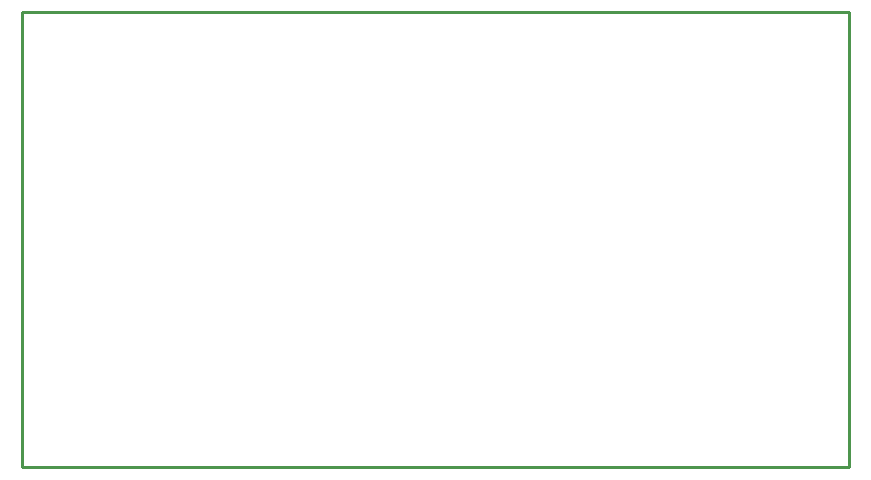
<source format=gbr>
%TF.GenerationSoftware,KiCad,Pcbnew,5.1.5+dfsg1-2build2*%
%TF.CreationDate,2021-04-22T16:13:23+03:00*%
%TF.ProjectId,RP2040-PICO-PC_rev_B,52503230-3430-42d5-9049-434f2d50435f,A*%
%TF.SameCoordinates,Original*%
%TF.FileFunction,Profile,NP*%
%FSLAX46Y46*%
G04 Gerber Fmt 4.6, Leading zero omitted, Abs format (unit mm)*
G04 Created by KiCad (PCBNEW 5.1.5+dfsg1-2build2) date 2021-04-22 16:13:23*
%MOMM*%
%LPD*%
G04 APERTURE LIST*
%TA.AperFunction,Profile*%
%ADD10C,0.254000*%
%TD*%
G04 APERTURE END LIST*
D10*
X190000000Y-101000000D02*
X120000000Y-101000000D01*
X190000000Y-139500000D02*
X190000000Y-101000000D01*
X120000000Y-139500000D02*
X190000000Y-139500000D01*
X120000000Y-101000000D02*
X120000000Y-139500000D01*
M02*

</source>
